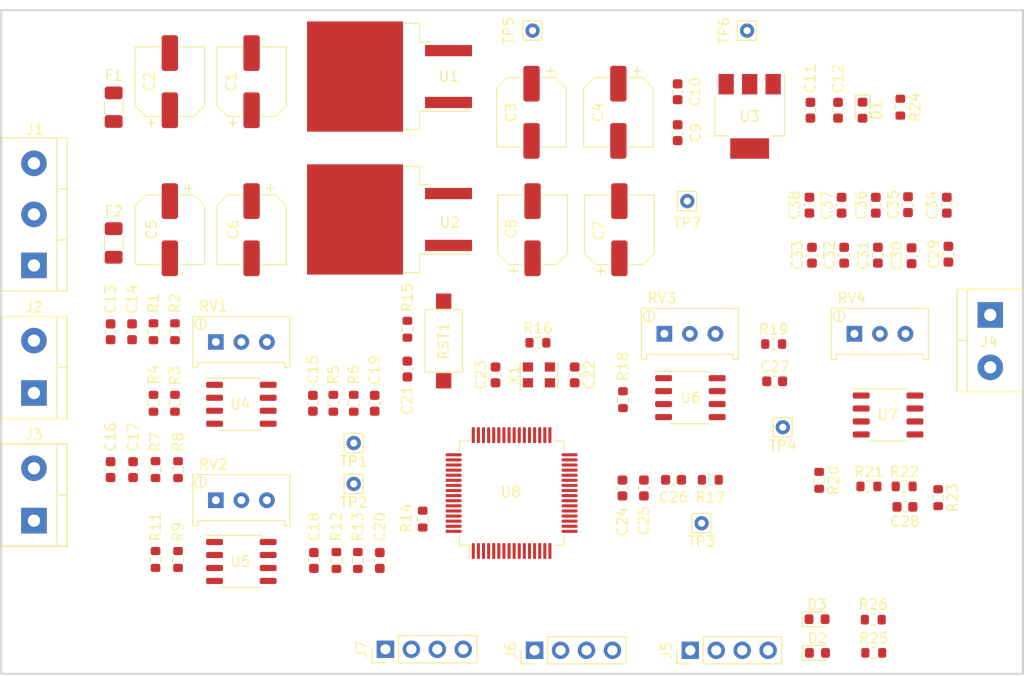
<source format=kicad_pcb>
(kicad_pcb (version 20211014) (generator pcbnew)
  (layers (0 "F.Cu" signal) (1 "In1.Cu" signal) (2 "In2.Cu" signal) (31 "B.Cu" signal) (34 "B.Paste" user) (35 "F.Paste" user) (36 "B.SilkS" user "B.Silkscreen") (37 "F.SilkS" user "F.Silkscreen") (38 "B.Mask" user) (39 "F.Mask" user) (44 "Edge.Cuts" user))
  (net 0 "")
  (net 1 "Net-(RV2-Pad1)")
  (net 2 "+9V")
  (net 3 "Net-(RV2-Pad3)")
  (net 4 "Net-(RV4-Pad1)")
  (net 5 "Net-(RV4-Pad3)")
  (net 6 "Net-(RV3-Pad1)")
  (net 7 "Net-(RV3-Pad3)")
  (net 8 "Net-(RV1-Pad1)")
  (net 9 "Net-(RV1-Pad3)")
  (net 10 "/-15V")
  (net 11 "GND")
  (net 12 "/+15V")
  (net 13 "/Frequency")
  (net 14 "/Amplitude")
  (net 15 "Net-(C19-Pad1)")
  (net 16 "Net-(C15-Pad1)")
  (net 17 "Net-(R4-Pad2)")
  (net 18 "Net-(R3-Pad1)")
  (net 19 "Net-(C20-Pad1)")
  (net 20 "Net-(C18-Pad1)")
  (net 21 "Net-(C23-Pad1)")
  (net 22 "Net-(C22-Pad1)")
  (net 23 "/Freq_LED")
  (net 24 "/Amp_LED")
  (net 25 "Net-(D2-Pad2)")
  (net 26 "Net-(J4-Pad1)")
  (net 27 "Net-(C28-Pad1)")
  (net 28 "Net-(R21-Pad2)")
  (net 29 "Net-(R19-Pad1)")
  (net 30 "Net-(R20-Pad1)")
  (net 31 "Net-(C27-Pad2)")
  (net 32 "Net-(R18-Pad2)")
  (net 33 "Net-(R17-Pad1)")
  (net 34 "Net-(C26-Pad2)")
  (net 35 "+3V3")
  (net 36 "Net-(C21-Pad1)")
  (net 37 "Net-(R14-Pad1)")
  (net 38 "Net-(R11-Pad2)")
  (net 39 "Net-(R9-Pad1)")
  (net 40 "Net-(R7-Pad1)")
  (net 41 "Net-(C5-Pad2)")
  (net 42 "-9V")
  (net 45 "Net-(C1-Pad1)")
  (net 50 "/UART_RX")
  (net 51 "/UART_TX")
  (net 52 "/SWDIO")
  (net 53 "/SWCLK")
  (net 54 "/DAC_OUT2")
  (net 55 "/PA6")
  (net 56 "/PA7")
  (net 57 "/PA8")
  (net 58 "/DAC_OUT1")
  (net 59 "Net-(R1-Pad1)")
  (net 60 "Net-(D3-Pad2)")
  (net 97 "Net-(R24-Pad1)")
  (footprint "Capacitor_SMD:C_0603_1608Metric" (layer "F.Cu") (at 182.5 89 90)
    (fp_text reference "C32" (at 0 -1.43 90) (layer "F.SilkS"))
    (fp_text value "103")
    (pad "1" smd roundrect (at -0.775 0 90) (size 0.9 0.95) (layers "F.Cu" "F.Paste" "F.Mask") (net 35 "+3V3"))
    (pad "2" smd roundrect (at 0.775 0 90) (size 0.9 0.95) (layers "F.Cu" "F.Paste" "F.Mask") (net 11 "GND"))
  )
  (footprint "Package_QFP:LQFP-64_10x10mm_P0.5mm" (layer "F.Cu") (at 149.95 112.3 90)
    (fp_text reference "U8" (at 0.1 -0.1) (layer "F.SilkS"))
    (fp_text value "STM32F103RCT6")
    (pad "1" smd roundrect (at -5.675 -3.75 90) (size 1.55 0.3) (layers "F.Cu" "F.Paste" "F.Mask") (net 35 "+3V3"))
    (pad "2" smd roundrect (at -5.675 -3.25 90) (size 1.55 0.3) (layers "F.Cu" "F.Paste" "F.Mask"))
    (pad "3" smd roundrect (at -5.675 -2.75 90) (size 1.55 0.3) (layers "F.Cu" "F.Paste" "F.Mask"))
    (pad "4" smd roundrect (at -5.675 -2.25 90) (size 1.55 0.3) (layers "F.Cu" "F.Paste" "F.Mask"))
    (pad "5" smd roundrect (at -5.675 -1.75 90) (size 1.55 0.3) (layers "F.Cu" "F.Paste" "F.Mask") (net 22 "Net-(C22-Pad1)"))
    (pad "6" smd roundrect (at -5.675 -1.25 90) (size 1.55 0.3) (layers "F.Cu" "F.Paste" "F.Mask") (net 21 "Net-(C23-Pad1)"))
    (pad "7" smd roundrect (at -5.675 -0.75 90) (size 1.55 0.3) (layers "F.Cu" "F.Paste" "F.Mask") (net 36 "Net-(C21-Pad1)"))
    (pad "8" smd roundrect (at -5.675 -0.25 90) (size 1.55 0.3) (layers "F.Cu" "F.Paste" "F.Mask") (net 15 "Net-(C19-Pad1)"))
    (pad "9" smd roundrect (at -5.675 0.25 90) (size 1.55 0.3) (layers "F.Cu" "F.Paste" "F.Mask") (net 19 "Net-(C20-Pad1)"))
    (pad "10" smd roundrect (at -5.675 0.75 90) (size 1.55 0.3) (layers "F.Cu" "F.Paste" "F.Mask"))
    (pad "11" smd roundrect (at -5.675 1.25 90) (size 1.55 0.3) (layers "F.Cu" "F.Paste" "F.Mask"))
    (pad "12" smd roundrect (at -5.675 1.75 90) (size 1.55 0.3) (layers "F.Cu" "F.Paste" "F.Mask") (net 11 "GND"))
    (pad "13" smd roundrect (at -5.675 2.25 90) (size 1.55 0.3) (layers "F.Cu" "F.Paste" "F.Mask") (net 35 "+3V3"))
    (pad "14" smd roundrect (at -5.675 2.75 90) (size 1.55 0.3) (layers "F.Cu" "F.Paste" "F.Mask"))
    (pad "15" smd roundrect (at -5.675 3.25 90) (size 1.55 0.3) (layers "F.Cu" "F.Paste" "F.Mask"))
    (pad "16" smd roundrect (at -5.675 3.75 90) (size 1.55 0.3) (layers "F.Cu" "F.Paste" "F.Mask"))
    (pad "17" smd roundrect (at -3.75 5.675 90) (size 0.3 1.55) (layers "F.Cu" "F.Paste" "F.Mask"))
    (pad "18" smd roundrect (at -3.25 5.675 90) (size 0.3 1.55) (layers "F.Cu" "F.Paste" "F.Mask") (net 11 "GND"))
    (pad "19" smd roundrect (at -2.75 5.675 90) (size 0.3 1.55) (layers "F.Cu" "F.Paste" "F.Mask") (net 35 "+3V3"))
    (pad "20" smd roundrect (at -2.25 5.675 90) (size 0.3 1.55) (layers "F.Cu" "F.Paste" "F.Mask") (net 58 "/DAC_OUT1"))
    (pad "21" smd roundrect (at -1.75 5.675 90) (size 0.3 1.55) (layers "F.Cu" "F.Paste" "F.Mask") (net 54 "/DAC_OUT2"))
    (pad "22" smd roundrect (at -1.25 5.675 90) (size 0.3 1.55) (layers "F.Cu" "F.Paste" "F.Mask") (net 55 "/PA6"))
    (pad "23" smd roundrect (at -0.75 5.675 90) (size 0.3 1.55) (layers "F.Cu" "F.Paste" "F.Mask") (net 56 "/PA7"))
    (pad "24" smd roundrect (at -0.25 5.675 90) (size 0.3 1.55) (layers "F.Cu" "F.Paste" "F.Mask"))
    (pad "25" smd roundrect (at 0.25 5.675 90) (size 0.3 1.55) (layers "F.Cu" "F.Paste" "F.Mask"))
    (pad "26" smd roundrect (at 0.75 5.675 90) (size 0.3 1.55) (layers "F.Cu" "F.Paste" "F.Mask") (net 23 "/Freq_LED"))
    (pad "27" smd roundrect (at 1.25 5.675 90) (size 0.3 1.55) (layers "F.Cu" "F.Paste" "F.Mask") (net 24 "/Amp_LED"))
    (pad "28" smd roundrect (at 1.75 5.675 90) (size 0.3 1.55) (layers "F.Cu" "F.Paste" "F.Mask"))
    (pad "29" smd roundrect (at 2.25 5.675 90) (size 0.3 1.55) (layers "F.Cu" "F.Paste" "F.Mask"))
    (pad "30" smd roundrect (at 2.75 5.675 90) (size 0.3 1.55) (layers "F.Cu" "F.Paste" "F.Mask"))
    (pad "31" smd roundrect (at 3.25 5.675 90) (size 0.3 1.55) (layers "F.Cu" "F.Paste" "F.Mask") (net 11 "GND"))
    (pad "32" smd roundrect (at 3.75 5.675 90) (size 0.3 1.55) (layers "F.Cu" "F.Paste" "F.Mask") (net 35 "+3V3"))
    (pad "33" smd roundrect (at 5.675 3.75 90) (size 1.55 0.3) (layers "F.Cu" "F.Paste" "F.Mask"))
    (pad "34" smd roundrect (at 5.675 3.25 90) (size 1.55 0.3) (layers "F.Cu" "F.Paste" "F.Mask"))
    (pad "35" smd roundrect (at 5.675 2.75 90) (size 1.55 0.3) (layers "F.Cu" "F.Paste" "F.Mask"))
    (pad "36" smd roundrect (at 5.675 2.25 90) (size 1.55 0.3) (layers "F.Cu" "F.Paste" "F.Mask"))
    (pad "37" smd roundrect (at 5.675 1.75 90) (size 1.55 0.3) (layers "F.Cu" "F.Paste" "F.Mask"))
    (pad "38" smd roundrect (at 5.675 1.25 90) (size 1.55 0.3) (layers "F.Cu" "F.Paste" "F.Mask"))
    (pad "39" smd roundrect (at 5.675 0.75 90) (size 1.55 0.3) (layers "F.Cu" "F.Paste" "F.Mask"))
    (pad "40" smd roundrect (at 5.675 0.25 90) (size 1.55 0.3) (layers "F.Cu" "F.Paste" "F.Mask"))
    (pad "41" smd roundrect (at 5.675 -0.25 90) (size 1.55 0.3) (layers "F.Cu" "F.Paste" "F.Mask") (net 57 "/PA8"))
    (pad "42" smd roundrect (at 5.675 -0.75 90) (size 1.55 0.3) (layers "F.Cu" "F.Paste" "F.Mask"))
    (pad "43" smd roundrect (at 5.675 -1.25 90) (size 1.55 0.3) (layers "F.Cu" "F.Paste" "F.Mask"))
    (pad "44" smd roundrect (at 5.675 -1.75 90) (size 1.55 0.3) (layers "F.Cu" "F.Paste" "F.Mask"))
    (pad "45" smd roundrect (at 5.675 -2.25 90) (size 1.55 0.3) (layers "F.Cu" "F.Paste" "F.Mask"))
    (pad "46" smd roundrect (at 5.675 -2.75 90) (size 1.55 0.3) (layers "F.Cu" "F.Paste" "F.Mask") (net 52 "/SWDIO"))
    (pad "47" smd roundrect (at 5.675 -3.25 90) (size 1.55 0.3) (layers "F.Cu" "F.Paste" "F.Mask") (net 11 "GND"))
    (pad "48" smd roundrect (at 5.675 -3.75 90) (size 1.55 0.3) (layers "F.Cu" "F.Paste" "F.Mask") (net 35 "+3V3"))
    (pad "49" smd roundrect (at 3.75 -5.675 90) (size 0.3 1.55) (layers "F.Cu" "F.Paste" "F.Mask") (net 53 "/SWCLK"))
    (pad "50" smd roundrect (at 3.25 -5.675 90) (size 0.3 1.55) (layers "F.Cu" "F.Paste" "F.Mask"))
    (pad "51" smd roundrect (at 2.75 -5.675 90) (size 0.3 1.55) (layers "F.Cu" "F.Paste" "F.Mask"))
    (pad "52" smd roundrect (at 2.25 -5.675 90) (size 0.3 1.55) (layers "F.Cu" "F.Paste" "F.Mask"))
    (pad "53" smd roundrect (at 1.75 -5.675 90) (size 0.3 1.55) (layers "F.Cu" "F.Paste" "F.Mask"))
    (pad "54" smd roundrect (at 1.25 -5.675 90) (size 0.3 1.55) (layers "F.Cu" "F.Paste" "F.Mask"))
    (pad "55" smd roundrect (at 0.75 -5.675 90) (size 0.3 1.55) (layers "F.Cu" "F.Paste" "F.Mask"))
    (pad "56" smd roundrect (at 0.25 -5.675 90) (size 0.3 1.55) (layers "F.Cu" "F.Paste" "F.Mask"))
    (pad "57" smd roundrect (at -0.25 -5.675 90) (size 0.3 1.55) (layers "F.Cu" "F.Paste" "F.Mask"))
    (pad "58" smd roundrect (at -0.75 -5.675 90) (size 0.3 1.55) (layers "F.Cu" "F.Paste" "F.Mask"))
    (pad "59" smd roundrect (at -1.25 -5.675 90) (size 0.3 1.55) (layers "F.Cu" "F.Paste" "F.Mask"))
    (pad "60" smd roundrect (at -1.75 -5.675 90) (size 0.3 1.55) (layers "F.Cu" "F.Paste" "F.Mask") (net 37 "Net-(R14-Pad1)"))
    (pad "61" smd roundrect (at -2.25 -5.675 90) (size 0.3 1.55) (layers "F.Cu" "F.Paste" "F.Mask"))
    (pad "62" smd roundrect (at -2.75 -5.675 90) (size 0.3 1.55) (layers "F.Cu" "F.Paste" "F.Mask"))
    (pad "63" smd roundrect (at -3.25 -5.675 90) (size 0.3 1.55) (layers "F.Cu" "F.Paste" "F.Mask") (net 11 "GND"))
    (pad "64" smd roundrect (at -3.75 -5.675 90) (size 0.3 1.55) (layers "F.Cu" "F.Paste" "F.Mask") (net 35 "+3V3"))
  )
  (footprint "Resistor_SMD:R_0603_1608Metric" (layer "F.Cu") (at 115.1 118.8 90)
    (fp_text reference "R11" (at 3.2 0 90) (layer "F.SilkS"))
    (fp_text value "10K")
    (pad "1" smd roundrect (at -0.825 0 90) (size 0.8 0.95) (layers "F.Cu" "F.Paste" "F.Mask") (net 20 "Net-(C18-Pad1)"))
    (pad "2" smd roundrect (at 0.825 0 90) (size 0.8 0.95) (layers "F.Cu" "F.Paste" "F.Mask") (net 38 "Net-(R11-Pad2)"))
  )
  (footprint "Capacitor_SMD:C_0603_1608Metric" (layer "F.Cu") (at 179.35 89 90)
    (fp_text reference "C33" (at 0 -1.43 90) (layer "F.SilkS"))
    (fp_text value "103")
    (pad "1" smd roundrect (at -0.775 0 90) (size 0.9 0.95) (layers "F.Cu" "F.Paste" "F.Mask") (net 35 "+3V3"))
    (pad "2" smd roundrect (at 0.775 0 90) (size 0.9 0.95) (layers "F.Cu" "F.Paste" "F.Mask") (net 11 "GND"))
  )
  (footprint "Capacitor_SMD:C_0603_1608Metric" (layer "F.Cu") (at 179.2 74.8 90)
    (fp_text reference "C11" (at 3.1 0 90) (layer "F.SilkS"))
    (fp_text value "10uF")
    (pad "1" smd roundrect (at -0.775 0 90) (size 0.9 0.95) (layers "F.Cu" "F.Paste" "F.Mask") (net 35 "+3V3"))
    (pad "2" smd roundrect (at 0.775 0 90) (size 0.9 0.95) (layers "F.Cu" "F.Paste" "F.Mask") (net 11 "GND"))
  )
  (footprint "Button_Switch_SMD:SW_SPST_CK_RS282G05A3" (layer "F.Cu") (at 143.3 97.4 -90)
    (fp_text reference "RST1" (at 0 0 90) (layer "F.SilkS"))
    (fp_text value "SW_Push")
    (pad "1" smd rect (at -3.9 0 270) (size 1.5 1.5) (layers "F.Cu" "F.Paste" "F.Mask") (net 11 "GND"))
    (pad "2" smd rect (at 3.9 0 270) (size 1.5 1.5) (layers "F.Cu" "F.Paste" "F.Mask") (net 36 "Net-(C21-Pad1)"))
  )
  (footprint "Capacitor_SMD:C_0603_1608Metric" (layer "F.Cu") (at 160.8 111.8 -90)
    (fp_text reference "C24" (at 3.3 0 90) (layer "F.SilkS"))
    (fp_text value "103")
    (pad "1" smd roundrect (at -0.775 0 270) (size 0.9 0.95) (layers "F.Cu" "F.Paste" "F.Mask") (net 58 "/DAC_OUT1"))
    (pad "2" smd roundrect (at 0.775 0 270) (size 0.9 0.95) (layers "F.Cu" "F.Paste" "F.Mask") (net 11 "GND"))
  )
  (footprint "Package_TO_SOT_SMD:TO-263-2" (layer "F.Cu") (at 138 85.5 180)
    (fp_text reference "U2" (at -5.9 -0.3) (layer "F.SilkS"))
    (fp_text value "LM7909")
    (pad "1" smd rect (at -5.775 -2.54 180) (size 4.6 1.1) (layers "F.Cu" "F.Paste" "F.Mask") (net 11 "GND"))
    (pad "2" smd rect (at 3.375 0 180) (size 9.4 10.8) (layers "F.Cu" "F.Mask") (net 41 "Net-(C5-Pad2)"))
    (pad "3" smd rect (at -5.775 2.54 180) (size 4.6 1.1) (layers "F.Cu" "F.Paste" "F.Mask") (net 42 "-9V"))
  )
  (footprint "Resistor_SMD:R_0603_1608Metric" (layer "F.Cu") (at 114.9 103.5 90)
    (fp_text reference "R4" (at 2.8 0 90) (layer "F.SilkS"))
    (fp_text value "10K")
    (pad "1" smd roundrect (at -0.825 0 90) (size 0.8 0.95) (layers "F.Cu" "F.Paste" "F.Mask") (net 16 "Net-(C15-Pad1)"))
    (pad "2" smd roundrect (at 0.825 0 90) (size 0.8 0.95) (layers "F.Cu" "F.Paste" "F.Mask") (net 17 "Net-(R4-Pad2)"))
  )
  (footprint "myfootprint:R_Potential" (layer "F.Cu") (at 167.4 96.7)
    (fp_text reference "RV3" (at -2.75 -3.5 unlocked) (layer "F.SilkS"))
    (fp_text value "20K")
    (pad "1" thru_hole rect (at -2.5 0) (size 1.524 1.524) (drill 0.78) (layers *.Cu *.Mask) (net 6 "Net-(RV3-Pad1)"))
    (pad "2" thru_hole circle (at 0 0) (size 1.524 1.524) (drill 0.78) (layers *.Cu *.Mask) (net 2 "+9V"))
    (pad "3" thru_hole circle (at 2.5 0) (size 1.54 1.54) (drill 0.78) (layers *.Cu *.Mask) (net 7 "Net-(RV3-Pad3)"))
  )
  (footprint "myfootprint:R_Potential" (layer "F.Cu") (at 123.5 113)
    (fp_text reference "RV2" (at -2.75 -3.5 unlocked) (layer "F.SilkS"))
    (fp_text value "20K")
    (pad "1" thru_hole rect (at -2.5 0) (size 1.524 1.524) (drill 0.78) (layers *.Cu *.Mask) (net 1 "Net-(RV2-Pad1)"))
    (pad "2" thru_hole circle (at 0 0) (size 1.524 1.524) (drill 0.78) (layers *.Cu *.Mask) (net 2 "+9V"))
    (pad "3" thru_hole circle (at 2.5 0) (size 1.54 1.54) (drill 0.78) (layers *.Cu *.Mask) (net 3 "Net-(RV2-Pad3)"))
  )
  (footprint "Package_SO:SOP-8_3.9x4.9mm_P1.27mm" (layer "F.Cu") (at 123.5 103.6)
    (fp_text reference "U4" (at -0.1 0) (layer "F.SilkS"))
    (fp_text value "OP07")
    (pad "1" smd roundrect (at -2.625 -1.905) (size 1.65 0.6) (layers "F.Cu" "F.Paste" "F.Mask") (net 8 "Net-(RV1-Pad1)"))
    (pad "2" smd roundrect (at -2.625 -0.635) (size 1.65 0.6) (layers "F.Cu" "F.Paste" "F.Mask") (net 17 "Net-(R4-Pad2)"))
    (pad "3" smd roundrect (at -2.625 0.635) (size 1.65 0.6) (layers "F.Cu" "F.Paste" "F.Mask") (net 18 "Net-(R3-Pad1)"))
    (pad "4" smd roundrect (at -2.625 1.905) (size 1.65 0.6) (layers "F.Cu" "F.Paste" "F.Mask") (net 2 "+9V"))
    (pad "5" smd roundrect (at 2.625 1.905) (size 1.65 0.6) (layers "F.Cu" "F.Paste" "F.Mask"))
    (pad "6" smd roundrect (at 2.625 0.635) (size 1.65 0.6) (layers "F.Cu" "F.Paste" "F.Mask") (net 16 "Net-(C15-Pad1)"))
    (pad "7" smd roundrect (at 2.625 -0.635) (size 1.65 0.6) (layers "F.Cu" "F.Paste" "F.Mask") (net 42 "-9V"))
    (pad "8" smd roundrect (at 2.625 -1.905) (size 1.65 0.6) (layers "F.Cu" "F.Paste" "F.Mask") (net 9 "Net-(RV1-Pad3)"))
  )
  (footprint "Capacitor_SMD:CP_Elec_6.3x5.9" (layer "F.Cu") (at 116.5 86.5 -90)
    (fp_text reference "C5" (at 0 1.8 -90) (layer "F.SilkS"))
    (fp_text value "33uF")
    (pad "1" smd roundrect (at -2.8 0 270) (size 3.5 1.6) (layers "F.Cu" "F.Paste" "F.Mask") (roundrect_rratio 0.15625) (net 11 "GND"))
    (pad "2" smd roundrect (at 2.8 0 270) (size 3.5 1.6) (layers "F.Cu" "F.Paste" "F.Mask") (roundrect_rratio 0.15625) (net 41 "Net-(C5-Pad2)"))
  )
  (footprint "Package_SO:SOP-8_3.9x4.9mm_P1.27mm" (layer "F.Cu") (at 123.5 119)
    (fp_text reference "U5" (at -0.1 0) (layer "F.SilkS"))
    (fp_text value "OP07")
    (pad "1" smd roundrect (at -2.625 -1.905) (size 1.65 0.6) (layers "F.Cu" "F.Paste" "F.Mask") (net 1 "Net-(RV2-Pad1)"))
    (pad "2" smd roundrect (at -2.625 -0.635) (size 1.65 0.6) (layers "F.Cu" "F.Paste" "F.Mask") (net 38 "Net-(R11-Pad2)"))
    (pad "3" smd roundrect (at -2.625 0.635) (size 1.65 0.6) (layers "F.Cu" "F.Paste" "F.Mask") (net 39 "Net-(R9-Pad1)"))
    (pad "4" smd roundrect (at -2.625 1.905) (size 1.65 0.6) (layers "F.Cu" "F.Paste" "F.Mask") (net 2 "+9V"))
    (pad "5" smd roundrect (at 2.625 1.905) (size 1.65 0.6) (layers "F.Cu" "F.Paste" "F.Mask"))
    (pad "6" smd roundrect (at 2.625 0.635) (size 1.65 0.6) (layers "F.Cu" "F.Paste" "F.Mask") (net 20 "Net-(C18-Pad1)"))
    (pad "7" smd roundrect (at 2.625 -0.635) (size 1.65 0.6) (layers "F.Cu" "F.Paste" "F.Mask") (net 42 "-9V"))
    (pad "8" smd roundrect (at 2.625 -1.905) (size 1.65 0.6) (layers "F.Cu" "F.Paste" "F.Mask") (net 3 "Net-(RV2-Pad3)"))
  )
  (footprint "Capacitor_SMD:C_0603_1608Metric" (layer "F.Cu") (at 156.125 100.725 -90)
    (fp_text reference "C22" (at 0 -1.43 90) (layer "F.SilkS"))
    (fp_text value "10pF")
    (pad "1" smd roundrect (at -0.775 0 270) (size 0.9 0.95) (layers "F.Cu" "F.Paste" "F.Mask") (net 22 "Net-(C22-Pad1)"))
    (pad "2" smd roundrect (at 0.775 0 270) (size 0.9 0.95) (layers "F.Cu" "F.Paste" "F.Mask") (net 11 "GND"))
  )
  (footprint "Resistor_SMD:R_0603_1608Metric" (layer "F.Cu") (at 188 74.5 -90)
    (fp_text reference "R24" (at 0 -1.43 90) (layer "F.SilkS"))
    (fp_text value "3.3K")
    (pad "1" smd roundrect (at -0.825 0 270) (size 0.8 0.95) (layers "F.Cu" "F.Paste" "F.Mask") (net 97 "Net-(R24-Pad1)"))
    (pad "2" smd roundrect (at 0.825 0 270) (size 0.8 0.95) (layers "F.Cu" "F.Paste" "F.Mask") (net 35 "+3V3"))
  )
  (footprint "myfootprint:KF301-2P" (layer "F.Cu") (at 103.2 100 90)
    (fp_text reference "J2" (at 5.9 0 unlocked) (layer "F.SilkS"))
    (fp_text value "KF301_2PIN_INPUT")
    (pad "1" thru_hole rect (at -2.5 0 90) (size 2.5 2.5) (drill 1.2) (layers *.Cu *.Mask) (net 11 "GND"))
    (pad "2" thru_hole circle (at 2.634149 0 90) (size 2.5 2.5) (drill 1.2) (layers *.Cu *.Mask) (net 13 "/Frequency"))
  )
  (footprint "Package_SO:SOP-8_3.9x4.9mm_P1.27mm" (layer "F.Cu") (at 167.45 102.95)
    (fp_text reference "U6" (at 0 0) (layer "F.SilkS"))
    (fp_text value "OP07")
    (pad "1" smd roundrect (at -2.625 -1.905) (size 1.65 0.6) (layers "F.Cu" "F.Paste" "F.Mask") (net 6 "Net-(RV3-Pad1)"))
    (pad "2" smd roundrect (at -2.625 -0.635) (size 1.65 0.6) (layers "F.Cu" "F.Paste" "F.Mask") (net 32 "Net-(R18-Pad2)"))
    (pad "3" smd roundrect (at -2.625 0.635) (size 1.65 0.6) (layers "F.Cu" "F.Paste" "F.Mask") (net 33 "Net-(R17-Pad1)"))
    (pad "4" smd roundrect (at -2.625 1.905) (size 1.65 0.6) (layers "F.Cu" "F.Paste" "F.Mask") (net 2 "+9V"))
    (pad "5" smd roundrect (at 2.625 1.905) (size 1.65 0.6) (layers "F.Cu" "F.Paste" "F.Mask"))
    (pad "6" smd roundrect (at 2.625 0.635) (size 1.65 0.6) (layers "F.Cu" "F.Paste" "F.Mask") (net 14 "/Amplitude"))
    (pad "7" smd roundrect (at 2.625 -0.635) (size 1.65 0.6) (layers "F.Cu" "F.Paste" "F.Mask") (net 42 "-9V"))
    (pad "8" smd roundrect (at 2.625 -1.905) (size 1.65 0.6) (layers "F.Cu" "F.Paste" "F.Mask") (net 7 "Net-(RV3-Pad3)"))
  )
  (footprint "Capacitor_SMD:C_0603_1608Metric" (layer "F.Cu") (at 148.375 100.725 90)
    (fp_text reference "C23" (at 0 -1.43 90) (layer "F.SilkS"))
    (fp_text value "10pF")
    (pad "1" smd roundrect (at -0.775 0 90) (size 0.9 0.95) (layers "F.Cu" "F.Paste" "F.Mask") (net 21 "Net-(C23-Pad1)"))
    (pad "2" smd roundrect (at 0.775 0 90) (size 0.9 0.95) (layers "F.Cu" "F.Paste" "F.Mask") (net 11 "GND"))
  )
  (footprint "Resistor_SMD:R_0603_1608Metric" (layer "F.Cu") (at 160.85 103.15 90)
    (fp_text reference "R18" (at 3.25 0 90) (layer "F.SilkS"))
    (fp_text value "10K")
    (pad "1" smd roundrect (at -0.825 0 90) (size 0.8 0.95) (layers "F.Cu" "F.Paste" "F.Mask") (net 14 "/Amplitude"))
    (pad "2" smd roundrect (at 0.825 0 90) (size 0.8 0.95) (layers "F.Cu" "F.Paste" "F.Mask") (net 32 "Net-(R18-Pad2)"))
  )
  (footprint "Oscillator:Oscillator_SMD_EuroQuartz_XO32-4Pin_3.2x2.5mm" (layer "F.Cu") (at 152.625 100.725 90)
    (fp_text reference "X1" (at 0 -2.45 90) (layer "F.SilkS"))
    (fp_text value "16Mhz_Passive_3225")
    (pad "1" smd rect (at -0.775 -1.075) (size 1 0.9) (layers "F.Cu" "F.Paste" "F.Mask") (net 21 "Net-(C23-Pad1)"))
    (pad "2" smd rect (at -0.775 1.075) (size 1 0.9) (layers "F.Cu" "F.Paste" "F.Mask") (net 11 "GND"))
    (pad "3" smd rect (at 0.775 1.075) (size 1 0.9) (layers "F.Cu" "F.Paste" "F.Mask") (net 22 "Net-(C22-Pad1)"))
    (pad "4" smd rect (at 0.775 -1.075) (size 1 0.9) (layers "F.Cu" "F.Paste" "F.Mask") (net 11 "GND"))
  )
  (footprint "Connector_Pin:Pin_D0.7mm_L6.5mm_W1.8mm_FlatFork" (layer "F.Cu") (at 152 67)
    (fp_text reference "TP5" (at -2.35 0 90) (layer "F.SilkS"))
    (fp_text value "TestPoint")
    (pad "1" thru_hole circle (at 0 0) (size 1.4 1.4) (drill 0.7) (layers *.Cu *.Mask) (net 2 "+9V"))
  )
  (footprint "Capacitor_SMD:C_0603_1608Metric" (layer "F.Cu") (at 165.8 111)
    (fp_text reference "C26" (at 0 1.7) (layer "F.SilkS"))
    (fp_text value "10uF")
    (pad "1" smd roundrect (at -0.775 0) (size 0.9 0.95) (layers "F.Cu" "F.Paste" "F.Mask") (net 58 "/DAC_OUT1"))
    (pad "2" smd roundrect (at 0.775 0) (size 0.9 0.95) (layers "F.Cu" "F.Paste" "F.Mask") (net 34 "Net-(C26-Pad2)"))
  )
  (footprint "Resistor_SMD:R_0603_1608Metric" (layer "F.Cu") (at 141.25 114.85 -90)
    (fp_text reference "R14" (at -0.1 1.6 90) (layer "F.SilkS"))
    (fp_text value "10K")
    (pad "1" smd roundrect (at -0.825 0 270) (size 0.8 0.95) (layers "F.Cu" "F.Paste" "F.Mask") (net 37 "Net-(R14-Pad1)"))
    (pad "2" smd roundrect (at 0.825 0 270) (size 0.8 0.95) (layers "F.Cu" "F.Paste" "F.Mask") (net 11 "GND"))
  )
  (footprint "Resistor_SMD:R_0603_1608Metric" (layer "F.Cu") (at 139.75 96.25 -90)
    (fp_text reference "R15" (at -3.1 0 90) (layer "F.SilkS"))
    (fp_text value "10K")
    (pad "1" smd roundrect (at -0.825 0 270) (size 0.8 0.95) (layers "F.Cu" "F.Paste" "F.Mask") (net 35 "+3V3"))
    (pad "2" smd roundrect (at 0.825 0 270) (size 0.8 0.95) (layers "F.Cu" "F.Paste" "F.Mask") (net 36 "Net-(C21-Pad1)"))
  )
  (footprint "Fuse:Fuse_1206_3216Metric" (layer "F.Cu") (at 111 74.5 90)
    (fp_text reference "F1" (at 3.1 0 180) (layer "F.SilkS"))
    (fp_text value "Fuse")
    (pad "1" smd roundrect (at -1.4 0 90) (size 1.25 1.75) (layers "F.Cu" "F.Paste" "F.Mask") (roundrect_rratio 0.2) (net 12 "/+15V"))
    (pad "2" smd roundrect (at 1.4 0 90) (size 1.25 1.75) (layers "F.Cu" "F.Paste" "F.Mask") (roundrect_rratio 0.2) (net 45 "Net-(C1-Pad1)"))
  )
  (footprint "Resistor_SMD:R_0603_1608Metric" (layer "F.Cu") (at 134.5 103.5 -90)
    (fp_text reference "R6" (at -2.8 0 90) (layer "F.SilkS"))
    (fp_text value "30K")
    (pad "1" smd roundrect (at -0.825 0 270) (size 0.8 0.95) (layers "F.Cu" "F.Paste" "F.Mask") (net 11 "GND"))
    (pad "2" smd roundrect (at 0.825 0 270) (size 0.8 0.95) (layers "F.Cu" "F.Paste" "F.Mask") (net 15 "Net-(C19-Pad1)"))
  )
  (footprint "Capacitor_SMD:CP_Elec_6.3x5.9" (layer "F.Cu") (at 116.5 72 90)
    (fp_text reference "C2" (at 0 -2 90) (layer "F.SilkS"))
    (fp_text value "22uF")
    (pad "1" smd roundrect (at -2.8 0 90) (size 3.5 1.6) (layers "F.Cu" "F.Paste" "F.Mask") (roundrect_rratio 0.15625) (net 45 "Net-(C1-Pad1)"))
    (pad "2" smd roundrect (at 2.8 0 90) (size 3.5 1.6) (layers "F.Cu" "F.Paste" "F.Mask") (roundrect_rratio 0.15625) (net 11 "GND"))
  )
  (footprint "Resistor_SMD:R_0603_1608Metric" (layer "F.Cu") (at 175.6 97.7)
    (fp_text reference "R19" (at 0 -1.43) (layer "F.SilkS"))
    (fp_text value "10K")
    (pad "1" smd roundrect (at -0.825 0) (size 0.8 0.95) (layers "F.Cu" "F.Paste" "F.Mask") (net 29 "Net-(R19-Pad1)"))
    (pad "2" smd roundrect (at 0.825 0) (size 0.8 0.95) (layers "F.Cu" "F.Paste" "F.Mask") (net 31 "Net-(C27-Pad2)"))
  )
  (footprint "Capacitor_SMD:C_0603_1608Metric" (layer "F.Cu") (at 188.45 113.65 180)
    (fp_text reference "C28" (at 0 -1.43) (layer "F.SilkS"))
    (fp_text value "103")
    (pad "1" smd roundrect (at -0.775 0 180) (size 0.9 0.95) (layers "F.Cu" "F.Paste" "F.Mask") (net 27 "Net-(C28-Pad1)"))
    (pad "2" smd roundrect (at 0.775 0 180) (size 0.9 0.95) (layers "F.Cu" "F.Paste" "F.Mask") (net 11 "GND"))
  )
  (footprint "Capacitor_SMD:C_0603_1608Metric" (layer "F.Cu") (at 175.7 101.35)
    (fp_text reference "C27" (at 0 -1.43) (layer "F.SilkS"))
    (fp_text value "10uF")
    (pad "1" smd roundrect (at -0.775 0) (size 0.9 0.95) (layers "F.Cu" "F.Paste" "F.Mask") (net 14 "/Amplitude"))
    (pad "2" smd roundrect (at 0.775 0) (size 0.9 0.95) (layers "F.Cu" "F.Paste" "F.Mask") (net 31 "Net-(C27-Pad2)"))
  )
  (footprint "Connector_PinHeader_2.54mm:PinHeader_1x04_P2.54mm_Vertical" (layer "F.Cu") (at 152.2 127.7 90)
    (fp_text reference "J6" (at 0 -2.33 90) (layer "F.SilkS"))
    (fp_text value "SWD")
    (pad "1" thru_hole rect (at 0 0 90) (size 1.7 1.7) (drill 1) (layers *.Cu *.Mask) (net 35 "+3V3"))
    (pad "2" thru_hole oval (at 0 2.54 90) (size 1.7 1.7) (drill 1) (layers *.Cu *.Mask) (net 52 "/SWDIO"))
    (pad "3" thru_hole oval (at 0 5.08 90) (size 1.7 1.7) (drill 1) (layers *.Cu *.Mask) (net 53 "/SWCLK"))
    (pad "4" thru_hole oval (at 0 7.62 90) (size 1.7 1.7) (drill 1) (layers *.Cu *.Mask) (net 11 "GND"))
  )
  (footprint "Fuse:Fuse_1206_3216Metric" (layer "F.Cu") (at 111 87.8 90)
    (fp_text reference "F2" (at 3.1 0 180) (layer "F.SilkS"))
    (fp_text value "Fuse")
    (pad "1" smd roundrect (at -1.4 0 90) (size 1.25 1.75) (layers "F.Cu" "F.Paste" "F.Mask") (roundrect_rratio 0.2) (net 10 "/-15V"))
    (pad "2" smd roundrect (at 1.4 0 90) (size 1.25 1.75) (layers "F.Cu" "F.Paste" "F.Mask") (roundrect_rratio 0.2) (net 41 "Net-(C5-Pad2)"))
  )
  (footprint "Capacitor_SMD:C_0603_1608Metric" (layer "F.Cu") (at 162.9 111.8 -90)
    (fp_text reference "C25" (at 3.2 0 90) (layer "F.SilkS"))
    (fp_text value "104")
    (pad "1" smd roundrect (at -0.775 0 270) (size 0.9 0.95) (layers "F.Cu" "F.Paste" "F.Mask") (net 58 "/DAC_OUT1"))
    (pad "2" smd roundrect (at 0.775 0 270) (size 0.9 0.95) (layers "F.Cu" "F.Paste" "F.Mask") (net 11 "GND"))
  )
  (footprint "Resistor_SMD:R_0603_1608Metric" (layer "F.Cu") (at 188.375 111.65)
    (fp_text reference "R22" (at 0 -1.43) (layer "F.SilkS"))
    (fp_text value "300R")
    (pad "1" smd roundrect (at -0.825 0) (size 0.8 0.95) (layers "F.Cu" "F.Paste" "F.Mask") (net 28 "Net-(R21-Pad2)"))
    (pad "2" smd roundrect (at 0.825 0) (size 0.8 0.95) (layers "F.Cu" "F.Paste" "F.Mask") (net 27 "Net-(C28-Pad1)"))
  )
  (footprint "Connector_Pin:Pin_D0.7mm_L6.5mm_W1.8mm_FlatFork" (layer "F.Cu") (at 168.55 115.25)
    (fp_text reference "TP3" (at 0 1.8) (layer "F.SilkS"))
    (fp_text value "TestPoint")
    (pad "1" thru_hole circle (at 0 0) (size 1.4 1.4) (drill 0.7) (layers *.Cu *.Mask) (net 34 "Net-(C26-Pad2)"))
  )
  (footprint "Resistor_SMD:R_0603_1608Metric" (layer "F.Cu") (at 185.35 124.7 180)
    (fp_text reference "R26" (at 0 1.5) (layer "F.SilkS"))
    (fp_text value "3.3K")
    (pad "1" smd roundrect (at -0.825 0 180) (size 0.8 0.95) (layers "F.Cu" "F.Paste" "F.Mask") (net 23 "/Freq_LED"))
    (pad "2" smd roundrect (at 0.825 0 180) (size 0.8 0.95) (layers "F.Cu" "F.Paste" "F.Mask") (net 60 "Net-(D3-Pad2)"))
  )
  (footprint "myfootprint:KF301-2P" (layer "F.Cu") (at 103.2 112.5 90)
    (fp_text reference "J3" (at 5.9 0 unlocked) (layer "F.SilkS"))
    (fp_text value "KF301_2PIN_INPUT")
    (pad "1" thru_hole rect (at -2.5 0 90) (size 2.5 2.5) (drill 1.2) (layers *.Cu *.Mask) (net 11 "GND"))
    (pad "2" thru_hole circle (at 2.634149 0 90) (size 2.5 2.5) (drill 1.2) (layers *.Cu *.Mask) (net 14 "/Amplitude"))
  )
  (footprint "Capacitor_SMD:C_0603_1608Metric" (layer "F.Cu") (at 139.75 100.15 -90)
    (fp_text reference "C21" (at 3.05 0.05 90) (layer "F.SilkS"))
    (fp_text value "104")
    (pad "1" smd roundrect (at -0.775 0 270) (size 0.9 0.95) (layers "F.Cu" "F.Paste" "F.Mask") (net 36 "Net-(C21-Pad1)"))
    (pad "2" smd roundrect (at 0.775 0 270) (size 0.9 0.95) (layers "F.Cu" "F.Paste" "F.Mask") (net 11 "GND"))
  )
  (footprint "Capacitor_SMD:C_0603_1608Metric" (layer "F.Cu") (at 166.2 72.99 -90)
    (fp_text reference "C10" (at 0.01 -1.7 90) (layer "F.SilkS"))
    (fp_text value "10uF")
    (pad "1" smd roundrect (at -0.775 0 270) (size 0.9 0.95) (layers "F.Cu" "F.Paste" "F.Mask") (net 2 "+9V"))
    (pad "2" smd roundrect (at 0.775 0 270) (size 0.9 0.95) (layers "F.Cu" "F.Paste" "F.Mask") (net 11 "GND"))
  )
  (footprint "myfootprint:R_Potential" (layer "F.Cu") (at 186 96.7)
    (fp_text reference "RV4" (at -2.75 -3.5 unlocked) (layer "F.SilkS"))
    (fp_text value "20K")
    (pad "1" thru_hole rect (at -2.5 0) (size 1.524 1.524) (drill 0.78) (layers *.Cu *.Mask) (net 4 "Net-(RV4-Pad1)"))
    (pad "2" thru_hole circle (at 0 0) (size 1.524 1.524) (drill 0.78) (layers *.Cu *.Mask) (net 2 "+9V"))
    (pad "3" thru_hole circle (at 2.5 0) (size 1.54 1.54) (drill 0.78) (layers *.Cu *.Mask) (net 5 "Net-(RV4-Pad3)"))
  )
  (footprint "Capacitor_SMD:C_0603_1608Metric" (layer "F.Cu") (at 185.8 89 90)
    (fp_text reference "C31" (at 0 -1.43 90) (layer "F.SilkS"))
    (fp_text value "103")
    (pad "1" smd roundrect (at -0.775 0 90) (size 0.9 0.95) (layers "F.Cu" "F.Paste" "F.Mask") (net 35 "+3V3"))
    (pad "2" smd roundrect (at 0.775 0 90) (size 0.9 0.95) (layers "F.Cu" "F.Paste" "F.Mask") (net 11 "GND"))
  )
  (footprint "Capacitor_SMD:C_0603_1608Metric" (layer "F.Cu") (at 185.6 84.1 90)
    (fp_text reference "C36" (at 0 -1.43 90) (layer "F.SilkS"))
    (fp_text value "104")
    (pad "1" smd roundrect (at -0.775 0 90) (size 0.9 0.95) (layers "F.Cu" "F.Paste" "F.Mask") (net 35 "+3V3"))
    (pad "2" smd roundrect (at 0.775 0 90) (size 0.9 0.95) (layers "F.Cu" "F.Paste" "F.Mask") (net 11 "GND"))
  )
  (footprint "Connector_Pin:Pin_D0.7mm_L6.5mm_W1.8mm_FlatFork" (layer "F.Cu") (at 134.5 107.4)
    (fp_text reference "TP1" (at 0 1.8) (layer "F.SilkS"))
    (fp_text value "TestPoint")
    (pad "1" thru_hole circle (at 0 0) (size 1.4 1.4) (drill 0.7) (layers *.Cu *.Mask) (net 15 "Net-(C19-Pad1)"))
  )
  (footprint "Capacitor_SMD:CP_Elec_6.3x5.9" (layer "F.Cu") (at 160.4 75 -90)
    (fp_text reference "C4" (at 0 2 90) (layer "F.SilkS"))
    (fp_text value "22uF")
    (pad "1" smd roundrect (at -2.8 0 270) (size 3.5 1.6) (layers "F.Cu" "F.Paste" "F.Mask") (roundrect_rratio 0.15625) (net 2 "+9V"))
    (pad "2" smd roundrect (at 2.8 0 270) (size 3.5 1.6) (layers "F.Cu" "F.Paste" "F.Mask") (roundrect_rratio 0.15625) (net 11 "GND"))
  )
  (footprint "Capacitor_SMD:C_0603_1608Metric" (layer "F.Cu") (at 192.7 88.9 90)
    (fp_text reference "C29" (at 0 -1.43 90) (layer "F.SilkS"))
    (fp_text value "103")
    (pad "1" smd roundrect (at -0.775 0 90) (size 0.9 0.95) (layers "F.Cu" "F.Paste" "F.Mask") (net 35 "+3V3"))
    (pad "2" smd roundrect (at 0.775 0 90) (size 0.9 0.95) (layers "F.Cu" "F.Paste" "F.Mask") (net 11 "GND"))
  )
  (footprint "Connector_Pin:Pin_D0.7mm_L6.5mm_W1.8mm_FlatFork" (layer "F.Cu") (at 134.5 111.4)
    (fp_text reference "TP2" (at 0 1.8) (layer "F.SilkS"))
    (fp_text value "TestPoint")
    (pad "1" thru_hole circle (at 0 0) (size 1.4 1.4) (drill 0.7) (layers *.Cu *.Mask) (net 19 "Net-(C20-Pad1)"))
  )
  (footprint "LED_SMD:LED_0603_1608Metric" (layer "F.Cu") (at 184.3 74.8 -90)
    (fp_text reference "D1" (at 0 -1.43 90) (layer "F.SilkS"))
    (fp_text value "LED_RED")
    (pad "1" smd roundrect (at -0.7875 0 270) (size 0.875 0.95) (layers "F.Cu" "F.Paste" "F.Mask") (net 11 "GND"))
    (pad "2" smd roundrect (at 0.7875 0 270) (size 0.875 0.95) (layers "F.Cu" "F.Paste" "F.Mask") (net 97 "Net-(R24-Pad1)"))
  )
  (footprint "Capacitor_SMD:C_0603_1608Metric" (layer "F.Cu") (at 192.55 84.1 90)
    (fp_text reference "C34" (at 0 -1.43 90) (layer "F.SilkS"))
    (fp_text value "104")
    (pad "1" smd roundrect (at -0.775 0 90) (size 0.9 0.95) (layers "F.Cu" "F.Paste" "F.Mask") (net 35 "+3V3"))
    (pad "2" smd roundrect (at 0.775 0 90) (size 0.9 0.95) (layers "F.Cu" "F.Paste" "F.Mask") (net 11 "GND"))
  )
  (footprint "Capacitor_SMD:C_0603_1608Metric" (layer "F.Cu") (at 112.8 96.5 -90)
    (fp_text reference "C14" (at -3.2 0 90) (layer "F.SilkS"))
    (fp_text value "104")
    (pad "1" smd roundrect (at -0.775 0 270) (size 0.9 0.95) (layers "F.Cu" "F.Paste" "F.Mask") (net 13 "/Frequency"))
    (pad "2" smd roundrect (at 0.775 0 270) (size 0.9 0.95) (layers "F.Cu" "F.Paste" "F.Mask") (net 11 "GND"))
  )
  (footprint "Package_SO:SOP-8_3.9x4.9mm_P1.27mm" (layer "F.Cu") (at 186.8 104.65)
    (fp_text reference "U7" (at -0.05 0) (layer "F.SilkS"))
    (fp_text value "OP07")
    (pad "1" smd roundrect (at -2.625 -1.905) (size 1.65 0.6) (layers "F.Cu" "F.Paste" "F.Mask") (net 4 "Net-(RV4-Pad1)"))
    (pad "2" smd roundrect (at -2.625 -0.635) (size 1.65 0.6) (layers "F.Cu" "F.Paste" "F.Mask") (net 29 "Net-(R19-Pad1)"))
    (pad "3" smd roundrect (at -2.625 0.635) (size 1.65 0.6) (layers "F.Cu" "F.Paste" "F.Mask") (net 30 "Net-(R20-Pad1)"))
    (pad "4" smd roundrect (at -2.625 1.905) (size 1.65 0.6) (layers "F.Cu" "F.Paste" "F.Mask") (net 2 "+9V"))
    (pad "5" smd roundrect (at 2.625 1.905) (size 1.65 0.6) (layers "F.Cu" "F.Paste" "F.Mask"))
    (pad "6" smd roundrect (at 2.625 0.635) (size 1.65 0.6) (layers "F.Cu" "F.Paste" "F.Mask") (net 27 "Net-(C28-Pad1)"))
    (pad "7" smd roundrect (at 2.625 -0.635) (size 1.65 0.6) (layers "F.Cu" "F.Paste" "F.Mask") (net 42 "-9V"))
    (pad "8" smd roundrect (at 2.625 -1.905) (size 1.65 0.6) (layers "F.Cu" "F.Paste" "F.Mask") (net 5 "Net-(RV4-Pad3)"))
  )
  (footprint "Resistor_SMD:R_0603_1608Metric" (layer "F.Cu") (at 169.4 111 180)
    (fp_text reference "R17" (at 0 -1.7) (layer "F.SilkS"))
    (fp_text value "10K")
    (pad "1" smd roundrect (at -0.825 0 180) (size 0.8 0.95) (layers "F.Cu" "F.Paste" "F.Mask") (net 33 "Net-(R17-Pad1)"))
    (pad "2" smd roundrect (at 0.825 0 180) (size 0.8 0.95) (layers "F.Cu" "F.Paste" "F.Mask") (net 34 "Net-(C26-Pad2)"))
  )
  (footprint "LED_SMD:LED_0603_1608Metric" (layer "F.Cu") (at 179.85 124.65)
    (fp_text reference "D3" (at 0 -1.43) (layer "F.SilkS"))
    (fp_text value "LED_BLUE")
    (pad "1" smd roundrect (at -0.7875 0) (size 0.875 0.95) (layers "F.Cu" "F.Paste" "F.Mask") (net 11 "GND"))
    (pad "2" smd roundrect (at 0.7875 0) (size 0.875 0.95) (layers "F.Cu" "F.Paste" "F.Mask") (net 60 "Net-(D3-Pad2)"))
  )
  (footprint "Resistor_SMD:R_0603_1608Metric" (layer "F.Cu") (at 134.9 118.9 -90)
    (fp_text reference "R13" (at -3.3 0 90) (layer "F.SilkS"))
    (fp_text value "30K")
    (pad "1" smd roundrect (at -0.825 0 270) (size 0.8 0.95) (layers "F.Cu" "F.Paste" "F.Mask") (net 11 "GND"))
    (pad "2" smd roundrect (at 0.825 0 270) (size 0.8 0.95) (layers "F.Cu" "F.Paste" "F.Mask") (net 19 "Net-(C20-Pad1)"))
  )
  (footprint "Package_TO_SOT_SMD:SOT-223-3_TabPin2" (layer "F.Cu") (at 173.25 75.4 -90)
    (fp_text reference "U3" (at 0 0 180) (layer "F.SilkS"))
    (fp_text value "AMS1117-3.3")
    (pad "1" smd rect (at -3.15 -2.3 270) (size 2 1.5) (layers "F.Cu" "F.Paste" "F.Mask") (net 11 "GND"))
    (pad "2" smd rect (at -3.15 0 270) (size 2 1.5) (layers "F.Cu" "F.Paste" "F.Mask") (net 35 "+3V3"))
    (pad "2" smd rect (at 3.15 0 270) (size 2 3.8) (layers "F.Cu" "F.Paste" "F.Mask") (net 35 "+3V3"))
    (pad "3" smd rect (at -3.15 2.3 270) (size 2 1.5) (layers "F.Cu" "F.Paste" "F.Mask") (net 2 "+9V"))
  )
  (footprint "Capacitor_SMD:C_0603_1608Metric" (layer "F.Cu") (at 110.7 110 -90)
    (fp_text reference "C16" (at -3.2 0 90) (layer "F.SilkS"))
    (fp_text value "103")
    (pad "1" smd roundrect (at -0.775 0 270) (size 0.9 0.95) (layers "F.Cu" "F.Paste" "F.Mask") (net 14 "/Amplitude"))
    (pad "2" smd roundrect (at 0.775 0 270) (size 0.9 0.95) (layers "F.Cu" "F.Paste" "F.Mask") (net 11 "GND"))
  )
  (footprint "Capacitor_SMD:C_0603_1608Metric" (layer "F.Cu") (at 166.2 77 -90)
    (fp_text reference "C9" (at 0 -1.75 90) (layer "F.SilkS"))
    (fp_text value "2.2uF")
    (pad "1" smd roundrect (at -0.775 0 270) (size 0.9 0.95) (layers "F.Cu" "F.Paste" "F.Mask") (net 2 "+9V"))
    (pad "2" smd roundrect (at 0.775 0 270) (size 0.9 0.95) (layers "F.Cu" "F.Paste" "F.Mask") (net 11 "GND"))
  )
  (footprint "LED_SMD:LED_0603_1608Metric" (layer "F.Cu") (at 179.8875 127.955)
    (fp_text reference "D2" (at 0 -1.43) (layer "F.SilkS"))
    (fp_text value "LED_BLUE")
    (pad "1" smd roundrect (at -0.7875 0) (size 0.875 0.95) (layers "F.Cu" "F.Paste" "F.Mask") (net 11 "GND"))
    (pad "2" smd roundrect (at 0.7875 0) (size 0.875 0.95) (layers "F.Cu" "F.Paste" "F.Mask") (net 25 "Net-(D2-Pad2)"))
  )
  (footprint "Resistor_SMD:R_0603_1608Metric" (layer "F.Cu") (at 117 96.5 90)
    (fp_text reference "R2" (at 2.8 0 90) (layer "F.SilkS"))
    (fp_text value "200R")
    (pad "1" smd roundrect (at -0.825 0 90) (size 0.8 0.95) (layers "F.Cu" "F.Paste" "F.Mask") (net 59 "Net-(R1-Pad1)"))
    (pad "2" smd roundrect (at 0.825 0 90) (size 0.8 0.95) (layers "F.Cu" "F.Paste" "F.Mask") (net 11 "GND"))
  )
  (footprint "Connector_Pin:Pin_D0.7mm_L6.5mm_W1.8mm_FlatFork" (layer "F.Cu") (at 176.5 105.85)
    (fp_text reference "TP4" (at 0 1.8) (layer "F.SilkS"))
    (fp_text value "TestPoint")
    (pad "1" thru_hole circle (at 0 0) (size 1.4 1.4) (drill 0.7) (layers *.Cu *.Mask) (net 14 "/Amplitude"))
  )
  (footprint "Capacitor_SMD:CP_Elec_6.3x5.9" (layer "F.Cu") (at 124.5 86.5 -90)
    (fp_text reference "C6" (at 0 1.8 90) (layer "F.SilkS"))
    (fp_text value "22uF")
    (pad "1" smd roundrect (at -2.8 0 270) (size 3.5 1.6) (layers "F.Cu" "F.Paste" "F.Mask") (roundrect_rratio 0.15625) (net 11 "GND"))
    (pad "2" smd roundrect (at 2.8 0 270) (size 3.5 1.6) (layers "F.Cu" "F.Paste" "F.Mask") (roundrect_rratio 0.15625) (net 41 "Net-(C5-Pad2)"))
  )
  (footprint "Capacitor_SMD:C_0603_1608Metric" (layer "F.Cu") (at 110.7 96.5 -90)
    (fp_text reference "C13" (at -3.2 0 90) (layer "F.SilkS"))
    (fp_text value "103")
    (pad "1" smd roundrect (at -0.775 0 270) (size 0.9 0.95) (layers "F.Cu" "F.Paste" "F.Mask") (net 13 "/Frequency"))
    (pad "2" smd roundrect (at 0.775 0 270) (size 0.9 0.95) (layers "F.Cu" "F.Paste" "F.Mask") (net 11 "GND"))
  )
  (footprint "Resistor_SMD:R_0603_1608Metric" (layer "F.Cu") (at 117.3 118.8 90)
    (fp_text reference "R9" (at 2.7 0 90) (layer "F.SilkS"))
    (fp_text value "10K")
    (pad "1" smd roundrect (at -0.825 0 90) (size 0.8 0.95) (layers "F.Cu" "F.Paste" "F.Mask") (net 39 "Net-(R9-Pad1)"))
    (pad "2" smd roundrect (at 0.825 0 90) (size 0.8 0.95) (layers "F.Cu" "F.Paste" "F.Mask") (net 40 "Net-(R7-Pad1)"))
  )
  (footprint "Capacitor_SMD:C_0603_1608Metric" (layer "F.Cu") (at 179.1 84.1 90)
    (fp_text reference "C38" (at 0 -1.43 90) (layer "F.SilkS"))
    (fp_text value "104")
    (pad "1" smd roundrect (at -0.775 0 90) (size 0.9 0.95) (layers "F.Cu" "F.Paste" "F.Mask") (net 35 "+3V3"))
    (pad "2" smd roundrect (at 0.775 0 90) (size 0.9 0.95) (layers "F.Cu" "F.Paste" "F.Mask") (net 11 "GND"))
  )
  (footprint "Capacitor_SMD:C_0603_1608Metric" (layer "F.Cu") (at 181.9 74.8 90)
    (fp_text reference "C12" (at 3.1 0 90) (layer "F.SilkS"))
    (fp_text value "2.2uF")
    (pad "1" smd roundrect (at -0.775 0 90) (size 0.9 0.95) (layers "F.Cu" "F.Paste" "F.Mask") (net 35 "+3V3"))
    (pad "2" smd roundrect (at 0.775 0 90) (size 0.9 0.95) (layers "F.Cu" "F.Paste" "F.Mask") (net 11 "GND"))
  )
  (footprint "Capacitor_SMD:C_0603_1608Metric" (layer "F.Cu") (at 130.6 118.9 90)
    (fp_text reference "C18" (at 3.3 0 90) (layer "F.SilkS"))
    (fp_text value "104")
    (pad "1" smd roundrect (at -0.775 0 90) (size 0.9 0.95) (layers "F.Cu" "F.Paste" "F.Mask") (net 20 "Net-(C18-Pad1)"))
    (pad "2" smd roundrect (at 0.775 0 90) (size 0.9 0.95) (layers "F.Cu" "F.Paste" "F.Mask") (net 11 "GND"))
  )
  (footprint "Resistor_SMD:R_0603_1608Metric" (layer "F.Cu") (at 132.8 118.9 -90)
    (fp_text reference "R12" (at -3.3 0 90) (layer "F.SilkS"))
    (fp_text value "10K")
    (pad "1" smd roundrect (at -0.825 0 270) (size 0.8 0.95) (layers "F.Cu" "F.Paste" "F.Mask") (net 19 "Net-(C20-Pad1)"))
    (pad "2" smd roundrect (at 0.825 0 270) (size 0.8 0.95) (layers "F.Cu" "F.Paste" "F.Mask") (net 20 "Net-(C18-Pad1)"))
  )
  (footprint "Capacitor_SMD:C_0603_1608Metric" (layer "F.Cu") (at 112.9 110 -90)
    (fp_text reference "C17" (at -3.2 0 90) (layer "F.SilkS"))
    (fp_text value "104")
    (pad "1" smd roundrect (at -0.775 0 270) (size 0.9 0.95) (layers "F.Cu" "F.Paste" "F.Mask") (net 14 "/Amplitude"))
    (pad "2" smd roundrect (at 0.775 0 270) (size 0.9 0.95) (layers "F.Cu" "F.Paste" "F.Mask") (net 11 "GND"))
  )
  (footprint "Resistor_SMD:R_0603_1608Metric" (layer "F.Cu") (at 180.05 111.05 -90)
    (fp_text reference "R20" (at 0 -1.43 90) (layer "F.SilkS"))
    (fp_text value "10K")
    (pad "1" smd roundrect (at -0.825 0 270) (size 0.8 0.95) (layers "F.Cu" "F.Paste" "F.Mask") (net 30 "Net-(R20-Pad1)"))
    (pad "2" smd roundrect (at 0.825 0 270) (size 0.8 0.95) (layers "F.Cu" "F.Paste" "F.Mask") (net 11 "GND"))
  )
  (footprint "Capacitor_SMD:C_0603_1608Metric" (layer "F.Cu") (at 136.55 103.5 90)
    (fp_text reference "C19" (at 3.25 0 90) (layer "F.SilkS"))
    (fp_text value "103")
    (pad "1" smd roundrect (at -0.775 0 90) (size 0.9 0.95) (layers "F.Cu" "F.Paste" "F.Mask") (net 15 "Net-(C19-Pad1)"))
    (pad "2" smd roundrect (at 0.775 0 90) (size 0.9 0.95) (layers "F.Cu" "F.Paste" "F.Mask") (net 11 "GND"))
  )
  (footprint "Resistor_SMD:R_0603_1608Metric" (layer "F.Cu") (at 152.525 97.575)
    (fp_text reference "R16" (at 0 -1.43) (layer "F.SilkS"))
    (fp_text value "1M")
    (pad "1" smd roundrect (at -0.825 0) (size 0.8 0.95) (layers "F.Cu" "F.Paste" "F.Mask") (net 21 "Net-(C23-Pad1)"))
    (pad "2" smd roundrect (at 0.825 0) (size 0.8 0.95) (layers "F.Cu" "F.Paste" "F.Mask") (net 22 "Net-(C22-Pad1)"))
  )
  (footprint "Package_TO_SOT_SMD:TO-263-2" (layer "F.Cu") (at 138 71.5 180)
    (fp_text reference "U1" (at -5.8 0) (layer "F.SilkS"))
    (fp_text value "L7809")
    (pad "1" smd rect (at -5.775 -2.54 180) (size 4.6 1.1) (layers "F.Cu" "F.Paste" "F.Mask") (net 45 "Net-(C1-Pad1)"))
    (pad "2" smd rect (at 3.375 0 180) (size 9.4 10.8) (layers "F.Cu" "F.Mask") (net 11 "GND"))
    (pad "3" smd rect (at -5.775 2.54 180) (size 4.6 1.1) (layers "F.Cu" "F.Paste" "F.Mask") (net 2 "+9V"))
  )
  (footprint "myfootprint:R_Potential" (layer "F.Cu") (at 123.5 97.5)
    (fp_text reference "RV1" (at -2.75 -3.5 unlocked) (layer "F.SilkS"))
    (fp_text value "20K")
    (pad "1" thru_hole rect (at -2.5 0) (size 1.524 1.524) (drill 0.78) (layers *.Cu *.Mask) (net 8 "Net-(RV1-Pad1)"))
    (pad "2" thru_hole circle (at 0 0) (size 1.524 1.524) (drill 0.78) (layers *.Cu *.Mask) (net 2 "+9V"))
    (pad "3" thru_hole circle (at 2.5 0) (size 1.54 1.54) (drill 0.78) (layers *.Cu *.Mask) (net 9 "Net-(RV1-Pad3)"))
  )
  (footprint "Capacitor_SMD:C_0603_1608Metric" (layer "F.Cu") (at 189.1 89.05 90)
    (fp_text reference "C30" (at 0 -1.43 90) (layer "F.SilkS"))
    (fp_text value "103")
    (pad "1" smd roundrect (at -0.775 0 90) (size 0.9 0.95) (layers "F.Cu" "F.Paste" "F.Mask") (net 35 "+3V3"))
    (pad "2" smd roundrect (at 0.775 0 90) (size 0.9 0.95) (layers "F.Cu" "F.Paste" "F.Mask") (net 11 "GND"))
  )
  (footprint "Connector_Pin:Pin_D0.7mm_L6.5mm_W1.8mm_FlatFork" (layer "F.Cu") (at 167.15 83.7)
    (fp_text reference "TP7" (at 0 2.15) (layer "F.SilkS"))
    (fp_text value "TestPoint")
    (pad "1" thru_hole circle (at 0 0) (size 1.4 1.4) (drill 0.7) (layers *.Cu *.Mask) (net 42 "-9V"))
  )
  (footprint "Capacitor_SMD:CP_Elec_6.3x5.9" (layer "F.Cu") (at 160.5 86.5 90)
    (fp_text reference "C7" (at -0.1 -2 90) (layer "F.SilkS"))
    (fp_text value "33uF")
    (pad "1" smd roundrect (at -2.8 0 90) (size 3.5 1.6) (layers "F.Cu" "F.Paste" "F.Mask") (roundrect_rratio 0.15625) (net 11 "GND"))
    (pad "2" smd roundrect (at 2.8 0 90) (size 3.5 1.6) (layers "F.Cu" "F.Paste" "F.Mask") (roundrect_rratio 0.15625) (net 42 "-9V"))
  )
  (footprint "Resistor_SMD:R_0603_1608Metric" (layer "F.Cu") (at 114.9 96.5 90)
    (fp_text reference "R1" (at 2.8 0 90) (layer "F.SilkS"))
    (fp_text value "200R")
    (pad "1" smd roundrect (at -0.825 0 90) (size 0.8 0.95) (layers "F.Cu" "F.Paste" "F.Mask") (net 59 "Net-(R1-Pad1)"))
    (pad "2" smd roundrect (at 0.825 0 90) (size 0.8 0.95) (layers "F.Cu" "F.Paste" "F.Mask") (net 13 "/Frequency"))
  )
  (footprint "myfootprint:KF301-2P" (layer "F.Cu") (at 196.8 97.35 -90)
    (fp_text reference "J4" (at 0.1 0.1 unlocked) (layer "F.SilkS"))
    (fp_text value "KF301_2PIN_OUTPUT")
    (pad "1" thru_hole rect (at -2.5 0 270) (size 2.5 2.5) (drill 1.2) (layers *.Cu *.Mask) (net 26 "Net-(J4-Pad1)"))
    (pad "2" thru_hole circle (at 2.634149 0 270) (size 2.5 2.5) (drill 1.2) (layers *.Cu *.Mask) (net 11 "GND"))
  )
  (footprint "Resistor_SMD:R_0603_1608Metric" (layer "F.Cu") (at 115.1 110 90)
    (fp_text reference "R7" (at 2.7 0 90) (layer "F.SilkS"))
    (fp_text value "200R")
    (pad "1" smd roundrect (at -0.825 0 90) (size 0.8 0.95) (layers "F.Cu" "F.Paste" "F.Mask") (net 40 "Net-(R7-Pad1)"))
    (pad "2" smd roundrect (at 0.825 0 90) (size 0.8 0.95) (layers "F.Cu" "F.Paste" "F.Mask") (net 14 "/Amplitude"))
  )
  (footprint "Capacitor_SMD:C_0603_1608Metric" (layer "F.Cu") (at 137.05 118.9 90)
    (fp_text reference "C20" (at 3.3 0 90) (layer "F.SilkS"))
    (fp_text value "103")
    (pad "1" smd roundrect (at -0.775 0 90) (size 0.9 0.95) (layers "F.Cu" "F.Paste" "F.Mask") (net 19 "Net-(C20-Pad1)"))
    (pad "2" smd roundrect (at 0.775 0 90) (size 0.9 0.95) (layers "F.Cu" "F.Paste" "F.Mask") (net 11 "GND"))
  )
  (footprint "Capacitor_SMD:CP_Elec_6.3x5.9" (layer "F.Cu") (at 152 86.5 90)
    (fp_text reference "C8" (at 0.1 -2.1 90) (layer "F.SilkS"))
    (fp_text value "22uF")
    (pad "1" smd roundrect (at -2.8 0 90) (size 3.5 1.6) (layers "F.Cu" "F.Paste" "F.Mask") (roundrect_rratio 0.15625) (net 11 "GND"))
    (pad "2" smd roundrect (at 2.8 0 90) (size 3.5 1.6) (layers "F.Cu" "F.Paste" "F.Mask") (roundrect_rratio 0.15625) (net 42 "-9V"))
  )
  (footprint "Capacitor_SMD:C_0603_1608Metric" (layer "F.Cu") (at 182.25 84.1 90)
    (fp_text reference "C37" (at 0 -1.43 90) (layer "F.SilkS"))
    (fp_text value "104")
    (pad "1" smd roundrect (at -0.775 0 90) (size 0.9 0.95) (layers "F.Cu" "F.Paste" "F.Mask") (net 35 "+3V3"))
    (pad "2" smd roundrect (at 0.775 0 90) (size 0.9 0.95) (layers "F.Cu" "F.Paste" "F.Mask") (net 11 "GND"))
  )
  (footprint "Resistor_SMD:R_0603_1608Metric" (layer "F.Cu") (at 117 103.5 90)
    (fp_text reference "R3" (at 2.7 0 90) (layer "F.SilkS"))
    (fp_text value "10K")
    (pad "1" smd roundrect (at -0.825 0 90) (size 0.8 0.95) (layers "F.Cu" "F.Paste" "F.Mask") (net 18 "Net-(R3-Pad1)"))
    (pad "2" smd roundrect (at 0.825 0 90) (size 0.8 0.95) (layers "F.Cu" "F.Paste" "F.Mask") (net 59 "Net-(R1-Pad1)"))
  )
  (footprint "Resistor_SMD:R_0603_1608Metric" (layer "F.Cu") (at 185.4 127.95)
    (fp_text reference "R25" (at 0 -1.43) (layer "F.SilkS"))
    (fp_text value "3.3K")
    (pad "1" smd roundrect (at -0.825 0) (size 0.8 0.95) (layers "F.Cu" "F.Paste" "F.Mask") (net 24 "/Amp_LED"))
    (pad "2" smd roundrect (at 0.825 0) (size 0.8 0.95) (layers "F.Cu" "F.Paste" "F.Mask") (net 25 "Net-(D2-Pad2)"))
  )
  (footprint "Capacitor_SMD:C_0603_1608Metric" (layer "F.Cu") (at 130.5 103.5 90)
    (fp_text reference "C15" (at 3.3 0 90) (layer "F.SilkS"))
    (fp_text value "104")
    (pad "1" smd roundrect (at -0.775 0 90) (size 0.9 0.95) (layers "F.Cu" "F.Paste" "F.Mask") (net 16 "Net-(C15-Pad1)"))
    (pad "2" smd roundrect (at 0.775 0 90) (size 0.9 0.95) (layers "F.Cu" "F.Paste" "F.Mask") (net 11 "GND"))
  )
  (footprint "Connector_PinHeader_2.54mm:PinHeader_1x04_P2.54mm_Vertical" (layer "F.Cu") (at 167.44 127.7 90)
    (fp_text reference "J5" (at 0 -2.33 90) (layer "F.SilkS"))
    (fp_text value "UART")
    (pad "1" thru_hole rect (at 0 0 90) (size 1.7 1.7) (drill 1) (layers *.Cu *.Mask) (net 35 "+3V3"))
    (pad "2" thru_hole oval (at 0 2.54 90) (size 1.7 1.7) (drill 1) (layers *.Cu *.Mask) (net 50 "/UART_RX"))
    (pad "3" thru_hole oval (at 0 5.08 90) (size 1.7 1.7) (drill 1) (layers *.Cu *.Mask) (net 51 "/UART_TX"))
    (pad "4" thru_hole oval (at 0 7.62 90) (size 1.7 1.7) (drill 1) (layers *.Cu *.Mask) (net 11 "GND"))
  )
  (footprint "Connector_PinHeader_2.54mm:PinHeader_1x04_P2.54mm_Vertical" (layer "F.Cu") (at 137.6 127.6 90)
    (fp_text reference "J7" (at 0 -2.33 90) (layer "F.SilkS"))
    (fp_text value "TEST")
    (pad "1" thru_hole rect (at 0 0 90) (size 1.7 1.7) (drill 1) (layers *.Cu *.Mask) (net 54 "/DAC_OUT2"))
    (pad "2" thru_hole oval (at 0 2.54 90) (size 1.7 1.7) (drill 1) (layers *.Cu *.Mask) (net 55 "/PA6"))
    (pad "3" thru_hole oval (at 0 5.08 90) (size 1.7 1.7) (drill 1) (layers *.Cu *.Mask) (net 56 "/PA7"))
    (pad "4" thru_hole oval (at 0 7.62 90) (size 1.7 1.7) (drill 1) (layers *.Cu *.Mask) (net 57 "/PA8"))
  )
  (footprint "Connector_Pin:Pin_D0.7mm_L6.5mm_W1.8mm_FlatFork" (layer "F.Cu") (at 173 67)
    (fp_text reference "TP6" (at -2.25 0 90) (layer "F.SilkS"))
    (fp_text value "TestPoint")
    (pad "1" thru_hole circle (at 0 0) (size 1.4 1.4) (drill 0.7) (layers *.Cu *.Mask) (net 35 "+3V3"))
  )
  (footprint "Resistor_SMD:R_0603_1608Metric" (layer "F.Cu") (at 184.925 111.65)
    (fp_text reference "R21" (at 0 -1.43) (layer "F.SilkS"))
    (fp_text value "30K")
    (pad "1" smd roundrect (at -0.825 0) (size 0.8 0.95) (layers "F.Cu" "F.Paste" "F.Mask") (net 29 "Net-(R19-Pad1)"))
    (pad "2" smd roundrect (at 0.825 0) (size 0.8 0.95) (layers "F.Cu" "F.Paste" "F.Mask") (net 28 "Net-(R21-Pad2)"))
  )
  (footprint "myfootprint:KF301-3P" (layer "F.Cu") (at 103.2 85 90)
    (fp_text reference "J1" (at 8.3 0.1 unlocked) (layer "F.SilkS"))
    (fp_text value "KF301_3PIN_POWER")
    (pad "1" thru_hole rect (at -5 0 90) (size 2.5 2.5) (drill 1.2) (layers *.Cu *.Mask) (net 10 "/-15V"))
    (pad "2" thru_hole circle (at 0 0 90) (size 2.5 2.5) (drill 1.2) (layers *.Cu *.Mask) (net 11 "GND"))
    (pad "3" thru_hole circle (at 5 0 90) (size 2.5 2.5) (drill 1.2) (layers *.Cu *.Mask) (net 12 "/+15V"))
  )
  (footprint "Resistor_SMD:R_0603_1608Metric" (layer "F.Cu") (at 191.7 112.75 -90)
    (fp_text reference "R23" (at 0 -1.43 90) (layer "F.SilkS"))
    (fp_text value "10K")
    (pad "1" smd roundrect (at -0.825 0 270) (size 0.8 0.95) (layers "F.Cu" "F.Paste" "F.Mask") (net 26 "Net-(J4-Pad1)"))
    (pad "2" smd roundrect (at 0.825 0 270) (size 0.8 0.95) (layers "F.Cu" "F.Paste" "F.Mask") (net 27 "Net-(C28-Pad1)"))
  )
  (footprint "Capacitor_SMD:C_0603_1608Metric" (layer "F.Cu") (at 188.75 84.05 90)
    (fp_text reference "C35" (at 0 -1.43 90) (layer "F.SilkS"))
    (fp_text value "104")
    (pad "1" smd roundrect (at -0.775 0 90) (size 0.9 0.95) (layers "F.Cu" "F.Paste" "F.Mask") (net 35 "+3V3"))
    (pad "2" smd roundrect (at 0.775 0 90) (size 0.9 0.95) (layers "F.Cu" "F.Paste" "F.Mask") (net 11 "GND"))
  )
  (footprint "Capacitor_SMD:CP_Elec_6.3x5.9" (layer "F.Cu") (at 124.5 72 90)
    (fp_text reference "C1" (at 0 -2 90) (layer "F.SilkS"))
    (fp_text value "33uF")
    (pad "1" smd roundrect (at -2.8 0 90) (size 3.5 1.6) (layers "F.Cu" "F.Paste" "F.Mask") (roundrect_rratio 0.15625) (net 45 "Net-(C1-Pad1)"))
    (pad "2" smd roundrect (at 2.8 0 90) (size 3.5 1.6) (layers "F.Cu" "F.Paste" "F.Mask") (roundrect_rratio 0.15625) (net 11 "GND"))
  )
  (footprint "Capacitor_SMD:CP_Elec_6.3x5.9" (layer "F.Cu") (at 151.9 75 -90)
    (fp_text reference "C3" (at 0 2 90) (layer "F.SilkS"))
    (fp_text value "33uF")
    (pad "1" smd roundrect (at -2.8 0 270) (size 3.5 1.6) (layers "F.Cu" "F.Paste" "F.Mask") (roundrect_rratio 0.15625) (net 2 "+9V"))
    (pad "2" smd roundrect (at 2.8 0 270) (size 3.5 1.6) (layers "F.Cu" "F.Paste" "F.Mask") (roundrect_rratio 0.15625) (net 11 "GND"))
  )
  (footprint "Resistor_SMD:R_0603_1608Metric" (layer "F.Cu") (at 132.5 103.5 -90)
    (fp_text reference "R5" (at -2.8 0 90) (layer "F.SilkS"))
    (fp_text value "10K")
    (pad "1" smd roundrect (at -0.825 0 270) (size 0.8 0.95) (layers "F.Cu" "F.Paste" "F.Mask") (net 15 "Net-(C19-Pad1)"))
    (pad "2" smd roundrect (at 0.825 0 270) (size 0.8 0.95) (layers "F.Cu" "F.Paste" "F.Mask") (net 16 "Net-(C15-Pad1)"))
  )
  (footprint "Resistor_SMD:R_0603_1608Metric" (layer "F.Cu") (at 117.3 110 -90)
    (fp_text reference "R8" (at -2.7 0 90) (layer "F.SilkS"))
    (fp_text value "200R")
    (pad "1" smd roundrect (at -0.825 0 270) (size 0.8 0.95) (layers "F.Cu" "F.Paste" "F.Mask") (net 11 "GND"))
    (pad "2" smd roundrect (at 0.825 0 270) (size 0.8 0.95) (layers "F.Cu" "F.Paste" "F.Mask") (net 40 "Net-(R7-Pad1)"))
  )
  (gr_line (start 100 65) (end 200 65) (layer "Edge.Cuts") (width 0.2))
  (gr_line (start 100 130) (end 200 130) (layer "Edge.Cuts") (width 0.2))
  (gr_line (start 200 65) (end 200 130) (layer "Edge.Cuts") (width 0.2))
  (gr_line (start 100 65) (end 100 130) (layer "Edge.Cuts") (width 0.2))
)
</source>
